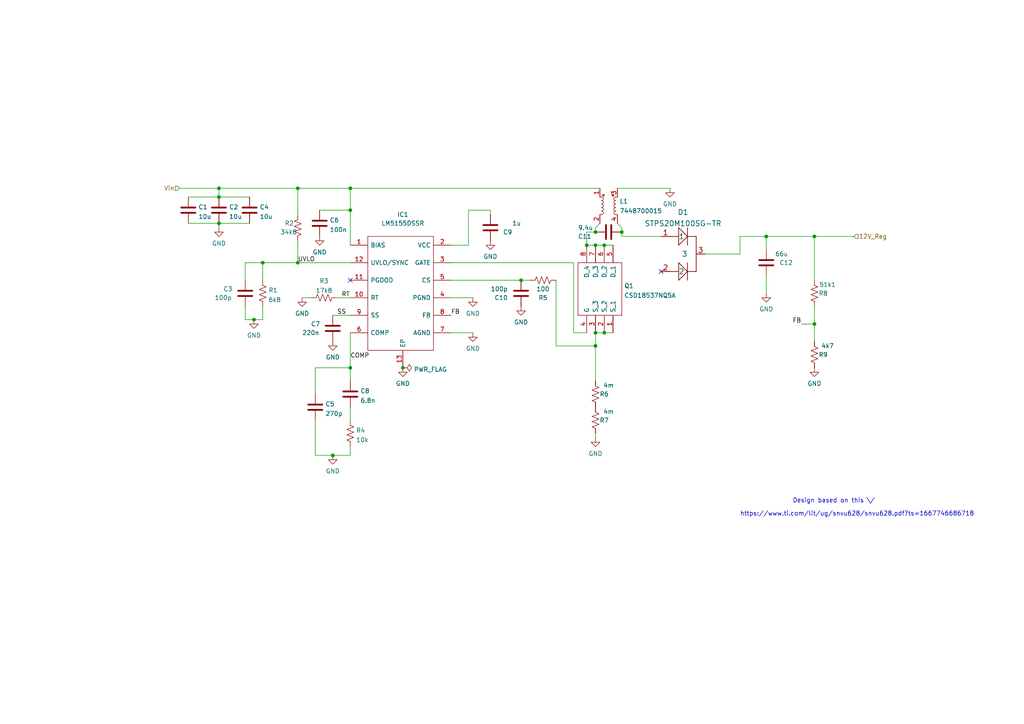
<source format=kicad_sch>
(kicad_sch (version 20211123) (generator eeschema)
  (paper "A4")
  (lib_symbols
    (symbol "Device:C" (pin_numbers hide) (pin_names (offset 0.254))
      (property "Reference" "C" (at 0.635 2.54 0))
      (property "Value" "C" (at 0.635 -2.54 0))
      (symbol "C_0_1"
        (polyline (pts (xy -2.032 -0.762) (xy 2.032 -0.762)) (stroke (width 0.508)))
        (polyline (pts (xy -2.032 0.762) (xy 2.032 0.762)) (stroke (width 0.508)))
      )
      (symbol "C_1_1"
        (pin passive line (at 0 3.81 270) (length 2.794) (name "~") (number "1"))
        (pin passive line (at 0 -3.81 90) (length 2.794) (name "~") (number "2"))
      )
    )
    (symbol "Device:L_Coupled" (pin_names (offset 0.254) hide)
      (property "Reference" "L" (at 0 4.445 0))
      (property "Value" "L_Coupled" (at 0 -4.445 0))
      (symbol "L_Coupled_0_1"
        (circle (center -3.048 -1.27) (radius 0.254) (fill (type outline)))
        (circle (center -3.048 1.524) (radius 0.254) (fill (type outline)))
        (arc (start -2.54 2.032) (mid -2.032 1.524) (end -1.524 2.032))
        (arc (start -1.524 -2.032) (mid -2.032 -1.524) (end -2.54 -2.032))
        (arc (start -1.524 2.032) (mid -1.016 1.524) (end -0.508 2.032))
        (arc (start -0.508 -2.032) (mid -1.016 -1.524) (end -1.524 -2.032))
        (arc (start -0.508 2.032) (mid 0 1.524) (end 0.508 2.032))
        (polyline (pts (xy -2.54 -2.032) (xy -2.54 -2.54)))
        (polyline (pts (xy -2.54 2.032) (xy -2.54 2.54)))
        (polyline (pts (xy 2.54 -2.032) (xy 2.54 -2.54)))
        (polyline (pts (xy 2.54 2.54) (xy 2.54 2.032)))
        (arc (start 0.508 -2.032) (mid 0 -1.524) (end -0.508 -2.032))
        (arc (start 0.508 2.032) (mid 1.016 1.524) (end 1.524 2.032))
        (arc (start 1.524 -2.032) (mid 1.016 -1.524) (end 0.508 -2.032))
        (arc (start 1.524 2.032) (mid 2.032 1.524) (end 2.54 2.032))
        (arc (start 2.54 -2.032) (mid 2.032 -1.524) (end 1.524 -2.032))
      )
      (symbol "L_Coupled_1_1"
        (pin passive line (at -5.08 2.54 0) (length 2.54) (name "1") (number "1"))
        (pin passive line (at 5.08 2.54 180) (length 2.54) (name "2") (number "2"))
        (pin passive line (at -5.08 -2.54 0) (length 2.54) (name "3") (number "3"))
        (pin passive line (at 5.08 -2.54 180) (length 2.54) (name "4") (number "4"))
      )
    )
    (symbol "Device:R_US" (pin_numbers hide) (pin_names (offset 0))
      (property "Reference" "R" (at 2.54 0 90))
      (property "Value" "R_US" (at -2.54 0 90))
      (symbol "R_US_0_1"
        (polyline (pts (xy 0 -2.286) (xy 0 -2.54)))
        (polyline (pts (xy 0 2.286) (xy 0 2.54)))
        (polyline (pts (xy 0 -0.762) (xy 1.016 -1.143) (xy 0 -1.524) (xy -1.016 -1.905) (xy 0 -2.286)))
        (polyline (pts (xy 0 0.762) (xy 1.016 0.381) (xy 0 0) (xy -1.016 -0.381) (xy 0 -0.762)))
        (polyline (pts (xy 0 2.286) (xy 1.016 1.905) (xy 0 1.524) (xy -1.016 1.143) (xy 0 0.762)))
      )
      (symbol "R_US_1_1"
        (pin passive line (at 0 3.81 270) (length 1.27) (name "~") (number "1"))
        (pin passive line (at 0 -3.81 90) (length 1.27) (name "~") (number "2"))
      )
    )
    (symbol "Global Symbols:CSD18537NQ5A" (pin_names (offset 0.762))
      (property "Reference" "Q" (at 21.59 7.62 0))
      (property "Value" "CSD18537NQ5A" (at 21.59 5.08 0))
      (symbol "CSD18537NQ5A_0_0"
        (pin passive line (at 0 0 0) (length 5.08) (name "S_1") (number "1"))
        (pin passive line (at 0 -2.54 0) (length 5.08) (name "S_2") (number "2"))
        (pin passive line (at 0 -5.08 0) (length 5.08) (name "S_3") (number "3"))
        (pin passive line (at 0 -7.62 0) (length 5.08) (name "G") (number "4"))
        (pin passive line (at 25.4 0 180) (length 5.08) (name "D_1") (number "5"))
        (pin passive line (at 25.4 -2.54 180) (length 5.08) (name "D_2") (number "6"))
        (pin passive line (at 25.4 -5.08 180) (length 5.08) (name "D_3") (number "7"))
        (pin passive line (at 25.4 -7.62 180) (length 5.08) (name "D_4") (number "8"))
      )
      (symbol "CSD18537NQ5A_0_1"
        (polyline (pts (xy 5.08 2.54) (xy 20.32 2.54) (xy 20.32 -10.16) (xy 5.08 -10.16) (xy 5.08 2.54)) (stroke (width 0.1524)))
      )
    )
    (symbol "Global Symbols:LM5155DSSR" (pin_names (offset 0.762))
      (property "Reference" "IC" (at 31.75 7.62 0))
      (property "Value" "LM5155DSSR" (at 31.75 5.08 0))
      (symbol "LM5155DSSR_0_0"
        (pin passive line (at -6.35 7.62 0) (length 5.08) (name "BIAS") (number "1"))
        (pin passive line (at -6.35 -7.62 0) (length 5.08) (name "RT") (number "10"))
        (pin passive line (at -6.35 -2.54 0) (length 5.08) (name "PGOOD") (number "11"))
        (pin passive line (at -6.35 2.54 0) (length 5.08) (name "UVLO/SYNC") (number "12"))
        (pin passive line (at 8.89 -27.94 90) (length 5.08) (name "EP") (number "13"))
        (pin passive line (at 22.86 7.62 180) (length 5.08) (name "VCC") (number "2"))
        (pin passive line (at 22.86 2.54 180) (length 5.08) (name "GATE") (number "3"))
        (pin passive line (at 22.86 -7.62 180) (length 5.08) (name "PGND") (number "4"))
        (pin passive line (at 22.86 -2.54 180) (length 5.08) (name "CS") (number "5"))
        (pin passive line (at -6.35 -17.78 0) (length 5.08) (name "COMP") (number "6"))
        (pin passive line (at 22.86 -17.78 180) (length 5.08) (name "AGND") (number "7"))
        (pin passive line (at 22.86 -12.7 180) (length 5.08) (name "FB") (number "8"))
        (pin passive line (at -6.35 -12.7 0) (length 5.08) (name "SS") (number "9"))
      )
      (symbol "LM5155DSSR_0_1"
        (polyline (pts (xy -1.27 10.16) (xy 17.78 10.16) (xy 17.78 -22.86) (xy -1.27 -22.86) (xy -1.27 10.16)) (stroke (width 0.1524)))
      )
    )
    (symbol "Global Symbols:STPS20M100SG-TR" (pin_names (offset 2.54))
      (property "Reference" "U" (at 5.715 -15.24 0))
      (property "Value" "STPS20M100SG-TR" (at 5.715 -22.86 0))
      (symbol "STPS20M100SG-TR_1_1"
        (polyline (pts (xy 2.54 -10.16) (xy 5.08 -10.16)) (stroke (width 0.2032)))
        (polyline (pts (xy 2.54 0) (xy 5.08 0)) (stroke (width 0.2032)))
        (polyline (pts (xy 5.08 -12.7) (xy 5.08 -7.62)) (stroke (width 0.2032)))
        (polyline (pts (xy 5.08 -12.7) (xy 7.62 -10.16)) (stroke (width 0.2032)))
        (polyline (pts (xy 5.08 -7.62) (xy 7.62 -10.16)) (stroke (width 0.2032)))
        (polyline (pts (xy 5.08 -2.54) (xy 7.62 0)) (stroke (width 0.2032)))
        (polyline (pts (xy 5.08 2.54) (xy 5.08 -2.54)) (stroke (width 0.2032)))
        (polyline (pts (xy 5.08 2.54) (xy 7.62 0)) (stroke (width 0.2032)))
        (polyline (pts (xy 7.62 -12.7) (xy 7.62 -7.62)) (stroke (width 0.2032)))
        (polyline (pts (xy 7.62 2.54) (xy 7.62 -2.54)) (stroke (width 0.2032)))
        (polyline (pts (xy 10.16 -10.16) (xy 7.62 -10.16)) (stroke (width 0.2032)))
        (polyline (pts (xy 10.16 0) (xy 7.62 0)) (stroke (width 0.2032)))
        (polyline (pts (xy 10.16 0) (xy 10.16 -10.16)) (stroke (width 0.2032)))
        (pin unspecified line (at 0 0 0) (length 2.54) (name "1") (number "1"))
        (pin unspecified line (at 0 -10.16 0) (length 2.54) (name "2") (number "2"))
        (pin unspecified line (at 12.7 -5.08 180) (length 2.54) (name "3") (number "3"))
      )
    )
    (symbol "power:GND" (power) (pin_names (offset 0))
      (property "Value" "GND" (at 0 -3.81 0))
      (symbol "GND_0_1"
        (polyline (pts (xy 0 0) (xy 0 -1.27) (xy 1.27 -1.27) (xy 0 -2.54) (xy -1.27 -1.27) (xy 0 -1.27)))
      )
      (symbol "GND_1_1"
        (pin power_in line (at 0 0 270) (length 0) hide (name "GND") (number "1"))
      )
    )
    (symbol "power:PWR_FLAG" (power) (pin_numbers hide) (pin_names (offset 0) hide)
      (property "Value" "PWR_FLAG" (at 0 3.81 0))
      (symbol "PWR_FLAG_0_0"
        (pin power_out line (at 0 0 90) (length 0) (name "pwr") (number "1"))
      )
      (symbol "PWR_FLAG_0_1"
        (polyline (pts (xy 0 0) (xy 0 1.27) (xy -1.016 1.905) (xy 0 2.54) (xy 1.016 1.905) (xy 0 1.27)))
      )
    )
  )
  (junction (at 180.34 67.31))
  (junction (at 63.5 54.61))
  (junction (at 222.25 68.58))
  (junction (at 73.66 92.71))
  (junction (at 86.36 76.2))
  (junction (at 101.6 106.68))
  (junction (at 175.26 96.52))
  (junction (at 236.22 93.98))
  (junction (at 63.5 57.15))
  (junction (at 76.2 76.2))
  (junction (at 172.72 71.12))
  (junction (at 172.72 67.31))
  (junction (at 63.5 64.77))
  (junction (at 172.72 96.52))
  (junction (at 101.6 54.61))
  (junction (at 175.26 71.12))
  (junction (at 86.36 54.61))
  (junction (at 116.84 106.68))
  (junction (at 101.6 60.96))
  (junction (at 151.13 81.28))
  (junction (at 96.52 132.08))
  (junction (at 172.72 100.33))
  (junction (at 170.18 71.12))
  (junction (at 236.22 68.58))
  (no_connect (at 101.6 81.28))
  (no_connect (at 191.77 78.74))
  (wire (pts (xy 63.5 54.61) (xy 86.36 54.61)))
  (wire (pts (xy 214.63 68.58) (xy 222.25 68.58)))
  (wire (pts (xy 172.72 96.52) (xy 175.26 96.52)))
  (wire (pts (xy 137.16 86.36) (xy 130.81 86.36)))
  (wire (pts (xy 91.44 121.92) (xy 91.44 132.08)))
  (wire (pts (xy 236.22 81.28) (xy 236.22 68.58)))
  (wire (pts (xy 130.81 76.2) (xy 166.37 76.2)))
  (wire (pts (xy 170.18 67.31) (xy 170.18 71.12)))
  (wire (pts (xy 87.63 86.36) (xy 90.17 86.36)))
  (wire (pts (xy 180.34 67.31) (xy 180.34 68.58)))
  (wire (pts (xy 76.2 76.2) (xy 86.36 76.2)))
  (wire (pts (xy 232.41 93.98) (xy 236.22 93.98)))
  (wire (pts (xy 92.71 60.96) (xy 101.6 60.96)))
  (wire (pts (xy 76.2 76.2) (xy 71.12 76.2)))
  (wire (pts (xy 130.81 81.28) (xy 151.13 81.28)))
  (wire (pts (xy 151.13 81.28) (xy 153.67 81.28)))
  (wire (pts (xy 236.22 93.98) (xy 236.22 99.06)))
  (wire (pts (xy 194.31 54.61) (xy 179.07 54.61)))
  (wire (pts (xy 172.72 100.33) (xy 172.72 110.49)))
  (wire (pts (xy 71.12 92.71) (xy 73.66 92.71)))
  (wire (pts (xy 236.22 88.9) (xy 236.22 93.98)))
  (wire (pts (xy 166.37 76.2) (xy 166.37 96.52)))
  (wire (pts (xy 101.6 96.52) (xy 101.6 106.68)))
  (wire (pts (xy 175.26 96.52) (xy 177.8 96.52)))
  (wire (pts (xy 222.25 85.09) (xy 222.25 80.01)))
  (wire (pts (xy 86.36 76.2) (xy 101.6 76.2)))
  (wire (pts (xy 170.18 67.31) (xy 172.72 67.31)))
  (wire (pts (xy 86.36 54.61) (xy 101.6 54.61)))
  (wire (pts (xy 86.36 54.61) (xy 86.36 62.23)))
  (wire (pts (xy 222.25 68.58) (xy 222.25 72.39)))
  (wire (pts (xy 180.34 66.04) (xy 180.34 67.31)))
  (wire (pts (xy 54.61 57.15) (xy 63.5 57.15)))
  (wire (pts (xy 172.72 125.73) (xy 172.72 127)))
  (wire (pts (xy 172.72 71.12) (xy 175.26 71.12)))
  (wire (pts (xy 63.5 57.15) (xy 63.5 54.61)))
  (wire (pts (xy 101.6 106.68) (xy 91.44 106.68)))
  (wire (pts (xy 135.89 71.12) (xy 135.89 60.96)))
  (wire (pts (xy 54.61 64.77) (xy 63.5 64.77)))
  (wire (pts (xy 101.6 54.61) (xy 173.99 54.61)))
  (wire (pts (xy 172.72 100.33) (xy 161.29 100.33)))
  (wire (pts (xy 63.5 64.77) (xy 72.39 64.77)))
  (wire (pts (xy 76.2 88.9) (xy 76.2 92.71)))
  (wire (pts (xy 170.18 71.12) (xy 172.72 71.12)))
  (wire (pts (xy 137.16 96.52) (xy 130.81 96.52)))
  (wire (pts (xy 172.72 96.52) (xy 172.72 100.33)))
  (wire (pts (xy 130.81 71.12) (xy 135.89 71.12)))
  (wire (pts (xy 166.37 96.52) (xy 170.18 96.52)))
  (wire (pts (xy 91.44 106.68) (xy 91.44 114.3)))
  (wire (pts (xy 175.26 71.12) (xy 177.8 71.12)))
  (wire (pts (xy 142.24 60.96) (xy 142.24 62.23)))
  (wire (pts (xy 172.72 66.04) (xy 173.99 64.77)))
  (wire (pts (xy 101.6 118.11) (xy 101.6 121.92)))
  (wire (pts (xy 71.12 76.2) (xy 71.12 81.28)))
  (wire (pts (xy 101.6 132.08) (xy 101.6 129.54)))
  (wire (pts (xy 97.79 86.36) (xy 101.6 86.36)))
  (wire (pts (xy 135.89 60.96) (xy 142.24 60.96)))
  (wire (pts (xy 222.25 68.58) (xy 236.22 68.58)))
  (wire (pts (xy 76.2 76.2) (xy 76.2 81.28)))
  (wire (pts (xy 71.12 88.9) (xy 71.12 92.71)))
  (wire (pts (xy 172.72 66.04) (xy 172.72 67.31)))
  (wire (pts (xy 101.6 106.68) (xy 101.6 110.49)))
  (wire (pts (xy 96.52 91.44) (xy 101.6 91.44)))
  (wire (pts (xy 73.66 92.71) (xy 76.2 92.71)))
  (wire (pts (xy 204.47 73.66) (xy 214.63 73.66)))
  (wire (pts (xy 86.36 69.85) (xy 86.36 76.2)))
  (wire (pts (xy 180.34 66.04) (xy 179.07 64.77)))
  (wire (pts (xy 214.63 73.66) (xy 214.63 68.58)))
  (wire (pts (xy 96.52 132.08) (xy 101.6 132.08)))
  (wire (pts (xy 63.5 57.15) (xy 72.39 57.15)))
  (wire (pts (xy 63.5 64.77) (xy 63.5 66.04)))
  (wire (pts (xy 236.22 68.58) (xy 247.65 68.58)))
  (wire (pts (xy 52.07 54.61) (xy 63.5 54.61)))
  (wire (pts (xy 191.77 68.58) (xy 180.34 68.58)))
  (wire (pts (xy 161.29 100.33) (xy 161.29 81.28)))
  (wire (pts (xy 101.6 60.96) (xy 101.6 71.12)))
  (wire (pts (xy 91.44 132.08) (xy 96.52 132.08)))
  (wire (pts (xy 101.6 54.61) (xy 101.6 60.96)))
  (text "https://www.ti.com/lit/ug/snvu628/snvu628.pdf?ts=1667746686718" (at 214.63 149.86 0) (effects (font (size 1.27 1.27)) (justify left bottom)))
  (text "Design based on this \\/" (at 229.87 146.05 0) (effects (font (size 1.27 1.27)) (justify left bottom)))
  (label "COMP" (at 101.6 104.14 0))
  (label "SS" (at 97.79 91.44 0))
  (label "FB" (at 232.41 93.98 180))
  (label "UVLO" (at 86.36 76.2 0))
  (label "RT" (at 99.06 86.36 0))
  (label "FB" (at 130.81 91.44 0))
  (hierarchical_label "12V_Reg" (shape input) (at 247.65 68.58 0))
  (hierarchical_label "Vin" (shape input) (at 52.07 54.61 180))
  (symbol (lib_id "power:GND") (at 142.24 69.85 0) (unit 1)
    (property "Reference" "#PWR010" (effects hide))
    (property "Value" "GND" (at 142.24 74.4125 0))
  )
  (symbol (lib_id "Device:R_US") (at 93.98 86.36 90) (unit 1)
    (property "Reference" "R3" (at 93.98 81.5045 90))
    (property "Value" "17k8" (at 93.98 84.2796 90))
  )
  (symbol (lib_id "Device:R_US") (at 236.22 102.87 0) (unit 1)
    (property "Reference" "R9" (at 238.76 102.87 0))
    (property "Value" "4k7" (at 240.03 100.33 0))
  )
  (symbol (lib_id "power:GND") (at 116.84 106.68 0) (unit 1)
    (property "Reference" "#PWR07" (effects hide))
    (property "Value" "GND" (at 116.84 111.2425 0))
  )
  (symbol (lib_id "Global Symbols:CSD18537NQ5A") (at 177.8 96.52 270) (mirror x) (unit 1)
    (property "Reference" "Q1" (at 181.0512 82.9115 90) (effects (justify left)))
    (property "Value" "CSD18537NQ5A" (at 181.0512 85.6866 90) (effects (justify left)))
    (property "Footprint" "CSD19531Q5AT" (effects hide))
    (property "Datasheet" "http://www.ti.com/lit/gpn/csd18537nq5a" (effects hide))
    (property "Description" "60V, N ch NexFET MOSFET, single SON5x6, 13mOhm" (effects hide))
    (property "Mouser Part Number" "595-CSD18537NQ5A" (effects hide))
    (property "Mouser Price/Stock" "https://www.mouser.co.uk/ProductDetail/Texas-Instruments/CSD18537NQ5A?qs=7GxONfNUZSi6fNNk7dry3w%3D%3D" (effects hide))
    (property "Manufacturer_Name" "Texas Instruments" (effects hide))
    (property "Manufacturer_Part_Number" "CSD18537NQ5A" (effects hide))
  )
  (symbol (lib_id "Device:C") (at 176.53 67.31 270) (unit 1)
    (property "Reference" "C11" (at 167.64 68.58 90) (effects (justify left)))
    (property "Value" "9.4u" (at 167.64 66.04 90) (effects (justify left)))
  )
  (symbol (lib_id "Device:R_US") (at 86.36 66.04 0) (mirror y) (unit 1)
    (property "Reference" "R2" (at 82.55 64.77 0) (effects (justify right)))
    (property "Value" "34k8" (at 81.28 67.31 0) (effects (justify right)))
  )
  (symbol (lib_id "Device:R_US") (at 172.72 114.3 0) (unit 1)
    (property "Reference" "R6" (at 175.26 114.3 0))
    (property "Value" "4m" (at 176.53 111.76 0))
  )
  (symbol (lib_id "power:GND") (at 73.66 92.71 0) (unit 1)
    (property "Reference" "#PWR02" (effects hide))
    (property "Value" "GND" (at 73.66 97.2725 0))
  )
  (symbol (lib_id "power:GND") (at 96.52 99.06 0) (unit 1)
    (property "Reference" "#PWR05" (effects hide))
    (property "Value" "GND" (at 96.52 103.6225 0))
  )
  (symbol (lib_id "Device:C") (at 96.52 95.25 0) (unit 1)
    (property "Reference" "C7" (at 90.17 93.98 0) (effects (justify left)))
    (property "Value" "220n" (at 87.63 96.52 0) (effects (justify left)))
  )
  (symbol (lib_id "Device:C") (at 101.6 114.3 0) (unit 1)
    (property "Reference" "C8" (at 104.521 113.3915 0) (effects (justify left)))
    (property "Value" "6.8n" (at 104.521 116.1666 0) (effects (justify left)))
  )
  (symbol (lib_id "Device:C") (at 151.13 85.09 180) (unit 1)
    (property "Reference" "C10" (at 147.32 86.36 0) (effects (justify left)))
    (property "Value" "100p" (at 147.32 83.82 0) (effects (justify left)))
  )
  (symbol (lib_id "power:GND") (at 87.63 86.36 0) (unit 1)
    (property "Reference" "#PWR03" (effects hide))
    (property "Value" "GND" (at 87.63 90.9225 0))
  )
  (symbol (lib_id "Device:R_US") (at 157.48 81.28 270) (unit 1)
    (property "Reference" "R5" (at 157.48 86.36 90))
    (property "Value" "100" (at 157.48 83.82 90))
  )
  (symbol (lib_id "Device:C") (at 72.39 60.96 0) (unit 1)
    (property "Reference" "C4" (at 75.311 60.0515 0) (effects (justify left)))
    (property "Value" "10u" (at 75.311 62.8266 0) (effects (justify left)))
  )
  (symbol (lib_id "Device:R_US") (at 236.22 85.09 0) (unit 1)
    (property "Reference" "R8" (at 238.76 85.09 0))
    (property "Value" "51k1" (at 240.03 82.55 0))
  )
  (symbol (lib_id "Device:R_US") (at 101.6 125.73 0) (unit 1)
    (property "Reference" "R4" (at 103.251 124.8215 0) (effects (justify left)))
    (property "Value" "10k" (at 103.251 127.5966 0) (effects (justify left)))
  )
  (symbol (lib_id "power:GND") (at 137.16 86.36 0) (unit 1)
    (property "Reference" "#PWR08" (effects hide))
    (property "Value" "GND" (at 137.16 90.9225 0))
  )
  (symbol (lib_id "Device:C") (at 91.44 118.11 0) (unit 1)
    (property "Reference" "C5" (at 94.361 117.2015 0) (effects (justify left)))
    (property "Value" "270p" (at 94.361 119.9766 0) (effects (justify left)))
  )
  (symbol (lib_id "power:GND") (at 63.5 66.04 0) (unit 1)
    (property "Reference" "#PWR01" (effects hide))
    (property "Value" "GND" (at 63.5 70.6025 0))
  )
  (symbol (lib_id "power:GND") (at 172.72 127 0) (unit 1)
    (property "Reference" "#PWR012" (effects hide))
    (property "Value" "GND" (at 172.72 131.5625 0))
  )
  (symbol (lib_id "Global Symbols:LM5155DSSR") (at 107.95 78.74 0) (unit 1)
    (property "Reference" "IC1" (at 116.84 62.23 0))
    (property "Value" "LM5155DSSR" (at 116.84 64.77 0))
    (property "Footprint" "SON50P200X300X80-13N-D" (effects hide))
    (property "Datasheet" "http://www.ti.com/lit/gpn/LM5155" (effects hide))
    (property "Description" "2.2MHz wide VIN non-synchronous boost controller" (effects hide))
    (property "Height" "0.8" (effects hide))
    (property "Mouser Part Number" "595-LM5155DSSR" (effects hide))
    (property "Mouser Price/Stock" "https://www.mouser.co.uk/ProductDetail/Texas-Instruments/LM5155DSSR?qs=l7cgNqFNU1jtrlfYRbXQiw%3D%3D" (effects hide))
    (property "Manufacturer_Name" "Texas Instruments" (effects hide))
    (property "Manufacturer_Part_Number" "LM5155DSSR" (effects hide))
  )
  (symbol (lib_id "power:GND") (at 96.52 132.08 0) (unit 1)
    (property "Reference" "#PWR06" (effects hide))
    (property "Value" "GND" (at 96.52 136.6425 0))
  )
  (symbol (lib_id "Device:C") (at 142.24 66.04 180) (unit 1)
    (property "Reference" "C9" (at 148.59 67.31 0) (effects (justify left)))
    (property "Value" "1u" (at 151.13 64.77 0) (effects (justify left)))
  )
  (symbol (lib_id "power:GND") (at 92.71 68.58 0) (unit 1)
    (property "Reference" "#PWR04" (effects hide))
    (property "Value" "GND" (at 92.71 73.1425 0))
  )
  (symbol (lib_id "Device:C") (at 222.25 76.2 0) (unit 1)
    (property "Reference" "C12" (at 226.06 76.2 0) (effects (justify left)))
    (property "Value" "66u" (at 224.79 73.66 0) (effects (justify left)))
  )
  (symbol (lib_id "Device:C") (at 63.5 60.96 0) (unit 1)
    (property "Reference" "C2" (at 66.421 60.0515 0) (effects (justify left)))
    (property "Value" "10u" (at 66.421 62.8266 0) (effects (justify left)))
  )
  (symbol (lib_id "power:PWR_FLAG") (at 116.84 106.68 270) (unit 1)
    (property "Reference" "#FLG01" (effects hide))
    (property "Value" "PWR_FLAG" (at 120.015 107.159 90) (effects (justify left)))
  )
  (symbol (lib_id "Device:C") (at 92.71 64.77 0) (unit 1)
    (property "Reference" "C6" (at 95.631 63.8615 0) (effects (justify left)))
    (property "Value" "100n" (at 95.631 66.6366 0) (effects (justify left)))
  )
  (symbol (lib_id "power:GND") (at 236.22 106.68 0) (unit 1)
    (property "Reference" "#PWR015" (effects hide))
    (property "Value" "GND" (at 236.22 111.2425 0))
  )
  (symbol (lib_id "Global Symbols:STPS20M100SG-TR") (at 191.77 68.58 0) (unit 1)
    (property "Reference" "D1" (at 198.12 61.5345 0) (effects (font (size 1.524 1.524))))
    (property "Value" "STPS20M100SG-TR" (at 198.12 64.8135 0) (effects (font (size 1.524 1.524))))
    (property "Footprint" "D2PAK_STM" (effects hide))
  )
  (symbol (lib_id "power:GND") (at 137.16 96.52 0) (unit 1)
    (property "Reference" "#PWR09" (effects hide))
    (property "Value" "GND" (at 137.16 101.0825 0))
  )
  (symbol (lib_id "Device:C") (at 54.61 60.96 0) (unit 1)
    (property "Reference" "C1" (at 57.531 60.0515 0) (effects (justify left)))
    (property "Value" "10u" (at 57.531 62.8266 0) (effects (justify left)))
  )
  (symbol (lib_id "power:GND") (at 194.31 54.61 0) (unit 1)
    (property "Reference" "#PWR013" (effects hide))
    (property "Value" "GND" (at 194.31 59.1725 0))
  )
  (symbol (lib_id "Device:R_US") (at 76.2 85.09 0) (unit 1)
    (property "Reference" "R1" (at 77.851 84.1815 0) (effects (justify left)))
    (property "Value" "6k8" (at 77.851 86.9566 0) (effects (justify left)))
  )
  (symbol (lib_id "power:GND") (at 222.25 85.09 0) (unit 1)
    (property "Reference" "#PWR014" (effects hide))
    (property "Value" "GND" (at 222.25 89.6525 0))
  )
  (symbol (lib_id "power:GND") (at 151.13 88.9 0) (unit 1)
    (property "Reference" "#PWR011" (effects hide))
    (property "Value" "GND" (at 151.13 93.4625 0))
  )
  (symbol (lib_id "Device:L_Coupled") (at 176.53 59.69 90) (mirror x) (unit 1)
    (property "Reference" "L1" (at 179.705 58.4005 90) (effects (justify right)))
    (property "Value" "7448700015" (at 179.705 61.1756 90) (effects (justify right)))
    (property "Datasheet" "https://www.mouser.com/ProductDetail/Wurth-Elektronik/7448700015?qs=%252B97ACBfLqz%2F%252BrcT7XaCxSw%3D%3D" (effects hide))
  )
  (symbol (lib_id "Device:R_US") (at 172.72 121.92 0) (unit 1)
    (property "Reference" "R7" (at 175.26 121.92 0))
    (property "Value" "4m" (at 176.53 119.38 0))
  )
  (symbol (lib_id "Device:C") (at 71.12 85.09 0) (unit 1)
    (property "Reference" "C3" (at 64.77 83.82 0) (effects (justify left)))
    (property "Value" "100p" (at 62.23 86.36 0) (effects (justify left)))
  )
)
</source>
